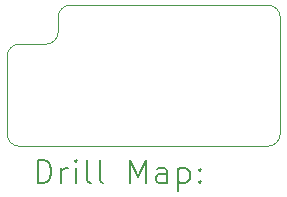
<source format=gbr>
%TF.GenerationSoftware,KiCad,Pcbnew,9.0.1*%
%TF.CreationDate,2025-04-24T20:35:24+12:00*%
%TF.ProjectId,XIAO-nRF52840-spacer,5849414f-2d6e-4524-9635-323834302d73,rev?*%
%TF.SameCoordinates,Original*%
%TF.FileFunction,Drillmap*%
%TF.FilePolarity,Positive*%
%FSLAX45Y45*%
G04 Gerber Fmt 4.5, Leading zero omitted, Abs format (unit mm)*
G04 Created by KiCad (PCBNEW 9.0.1) date 2025-04-24 20:35:24*
%MOMM*%
%LPD*%
G01*
G04 APERTURE LIST*
%ADD10C,0.050000*%
%ADD11C,0.200000*%
G04 APERTURE END LIST*
D10*
X16738600Y-7620000D02*
G75*
G02*
X16637000Y-7518400I0J101600D01*
G01*
X16637000Y-6858000D02*
G75*
G02*
X16738600Y-6756400I101600J0D01*
G01*
X17068800Y-6527800D02*
X17068800Y-6654800D01*
X17068800Y-6527800D02*
G75*
G02*
X17170400Y-6426200I101600J0D01*
G01*
X17068800Y-6654800D02*
G75*
G02*
X16967200Y-6756400I-101600J0D01*
G01*
X16637000Y-6858000D02*
X16637000Y-7518400D01*
X16967200Y-6756400D02*
X16738600Y-6756400D01*
X18948400Y-7518400D02*
G75*
G02*
X18846800Y-7620000I-101600J0D01*
G01*
X18846800Y-6426200D02*
G75*
G02*
X18948400Y-6527800I0J-101600D01*
G01*
X17170400Y-6426200D02*
X18846800Y-6426200D01*
X18846800Y-7620000D02*
X16738600Y-7620000D01*
X18948400Y-6527800D02*
X18948400Y-7518400D01*
D11*
X16895277Y-7933984D02*
X16895277Y-7733984D01*
X16895277Y-7733984D02*
X16942896Y-7733984D01*
X16942896Y-7733984D02*
X16971467Y-7743508D01*
X16971467Y-7743508D02*
X16990515Y-7762555D01*
X16990515Y-7762555D02*
X17000039Y-7781603D01*
X17000039Y-7781603D02*
X17009563Y-7819698D01*
X17009563Y-7819698D02*
X17009563Y-7848269D01*
X17009563Y-7848269D02*
X17000039Y-7886365D01*
X17000039Y-7886365D02*
X16990515Y-7905412D01*
X16990515Y-7905412D02*
X16971467Y-7924460D01*
X16971467Y-7924460D02*
X16942896Y-7933984D01*
X16942896Y-7933984D02*
X16895277Y-7933984D01*
X17095277Y-7933984D02*
X17095277Y-7800650D01*
X17095277Y-7838746D02*
X17104801Y-7819698D01*
X17104801Y-7819698D02*
X17114324Y-7810174D01*
X17114324Y-7810174D02*
X17133372Y-7800650D01*
X17133372Y-7800650D02*
X17152420Y-7800650D01*
X17219086Y-7933984D02*
X17219086Y-7800650D01*
X17219086Y-7733984D02*
X17209563Y-7743508D01*
X17209563Y-7743508D02*
X17219086Y-7753031D01*
X17219086Y-7753031D02*
X17228610Y-7743508D01*
X17228610Y-7743508D02*
X17219086Y-7733984D01*
X17219086Y-7733984D02*
X17219086Y-7753031D01*
X17342896Y-7933984D02*
X17323848Y-7924460D01*
X17323848Y-7924460D02*
X17314324Y-7905412D01*
X17314324Y-7905412D02*
X17314324Y-7733984D01*
X17447658Y-7933984D02*
X17428610Y-7924460D01*
X17428610Y-7924460D02*
X17419086Y-7905412D01*
X17419086Y-7905412D02*
X17419086Y-7733984D01*
X17676229Y-7933984D02*
X17676229Y-7733984D01*
X17676229Y-7733984D02*
X17742896Y-7876841D01*
X17742896Y-7876841D02*
X17809563Y-7733984D01*
X17809563Y-7733984D02*
X17809563Y-7933984D01*
X17990515Y-7933984D02*
X17990515Y-7829222D01*
X17990515Y-7829222D02*
X17980991Y-7810174D01*
X17980991Y-7810174D02*
X17961944Y-7800650D01*
X17961944Y-7800650D02*
X17923848Y-7800650D01*
X17923848Y-7800650D02*
X17904801Y-7810174D01*
X17990515Y-7924460D02*
X17971467Y-7933984D01*
X17971467Y-7933984D02*
X17923848Y-7933984D01*
X17923848Y-7933984D02*
X17904801Y-7924460D01*
X17904801Y-7924460D02*
X17895277Y-7905412D01*
X17895277Y-7905412D02*
X17895277Y-7886365D01*
X17895277Y-7886365D02*
X17904801Y-7867317D01*
X17904801Y-7867317D02*
X17923848Y-7857793D01*
X17923848Y-7857793D02*
X17971467Y-7857793D01*
X17971467Y-7857793D02*
X17990515Y-7848269D01*
X18085753Y-7800650D02*
X18085753Y-8000650D01*
X18085753Y-7810174D02*
X18104801Y-7800650D01*
X18104801Y-7800650D02*
X18142896Y-7800650D01*
X18142896Y-7800650D02*
X18161944Y-7810174D01*
X18161944Y-7810174D02*
X18171467Y-7819698D01*
X18171467Y-7819698D02*
X18180991Y-7838746D01*
X18180991Y-7838746D02*
X18180991Y-7895888D01*
X18180991Y-7895888D02*
X18171467Y-7914936D01*
X18171467Y-7914936D02*
X18161944Y-7924460D01*
X18161944Y-7924460D02*
X18142896Y-7933984D01*
X18142896Y-7933984D02*
X18104801Y-7933984D01*
X18104801Y-7933984D02*
X18085753Y-7924460D01*
X18266705Y-7914936D02*
X18276229Y-7924460D01*
X18276229Y-7924460D02*
X18266705Y-7933984D01*
X18266705Y-7933984D02*
X18257182Y-7924460D01*
X18257182Y-7924460D02*
X18266705Y-7914936D01*
X18266705Y-7914936D02*
X18266705Y-7933984D01*
X18266705Y-7810174D02*
X18276229Y-7819698D01*
X18276229Y-7819698D02*
X18266705Y-7829222D01*
X18266705Y-7829222D02*
X18257182Y-7819698D01*
X18257182Y-7819698D02*
X18266705Y-7810174D01*
X18266705Y-7810174D02*
X18266705Y-7829222D01*
M02*

</source>
